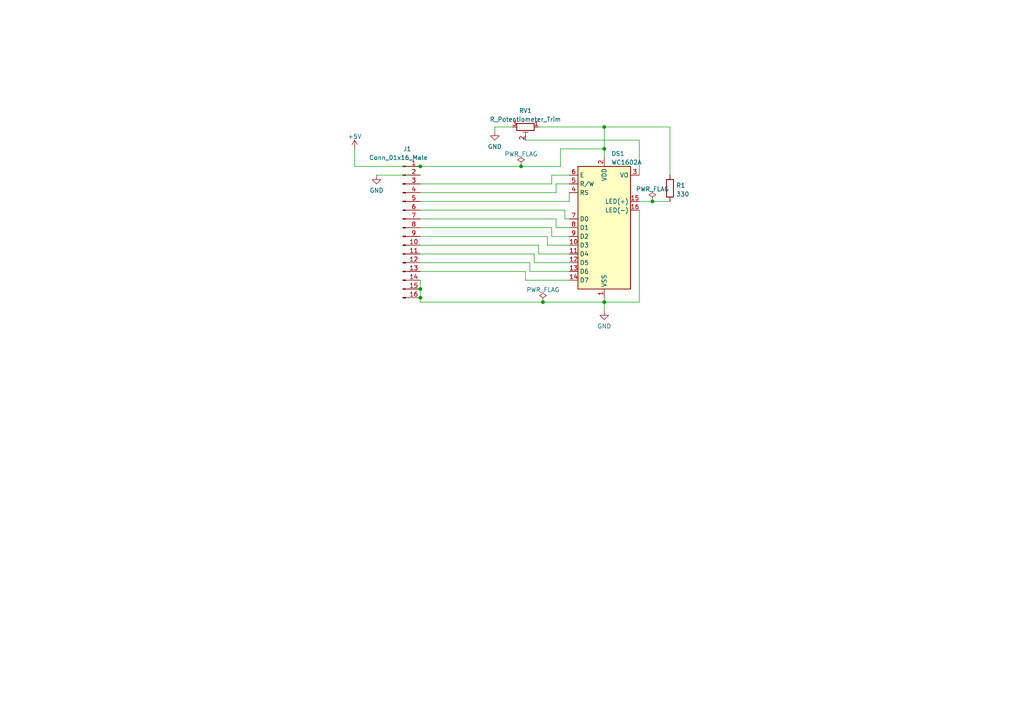
<source format=kicad_sch>
(kicad_sch (version 20211123) (generator eeschema)
  (paper "A4")
  (lib_symbols
    (symbol "Connector:Conn_01x16_Male" (pin_names (offset 1.016) hide)
      (property "Reference" "J" (at 0 20.32 0))
      (property "Value" "Conn_01x16_Male" (at 0 -22.86 0))
      (symbol "Conn_01x16_Male_1_1"
        (polyline (pts (xy 1.27 -20.32) (xy 0.8636 -20.32)) (stroke (width 0.1524)))
        (polyline (pts (xy 1.27 -17.78) (xy 0.8636 -17.78)) (stroke (width 0.1524)))
        (polyline (pts (xy 1.27 -15.24) (xy 0.8636 -15.24)) (stroke (width 0.1524)))
        (polyline (pts (xy 1.27 -12.7) (xy 0.8636 -12.7)) (stroke (width 0.1524)))
        (polyline (pts (xy 1.27 -10.16) (xy 0.8636 -10.16)) (stroke (width 0.1524)))
        (polyline (pts (xy 1.27 -7.62) (xy 0.8636 -7.62)) (stroke (width 0.1524)))
        (polyline (pts (xy 1.27 -5.08) (xy 0.8636 -5.08)) (stroke (width 0.1524)))
        (polyline (pts (xy 1.27 -2.54) (xy 0.8636 -2.54)) (stroke (width 0.1524)))
        (polyline (pts (xy 1.27 0) (xy 0.8636 0)) (stroke (width 0.1524)))
        (polyline (pts (xy 1.27 2.54) (xy 0.8636 2.54)) (stroke (width 0.1524)))
        (polyline (pts (xy 1.27 5.08) (xy 0.8636 5.08)) (stroke (width 0.1524)))
        (polyline (pts (xy 1.27 7.62) (xy 0.8636 7.62)) (stroke (width 0.1524)))
        (polyline (pts (xy 1.27 10.16) (xy 0.8636 10.16)) (stroke (width 0.1524)))
        (polyline (pts (xy 1.27 12.7) (xy 0.8636 12.7)) (stroke (width 0.1524)))
        (polyline (pts (xy 1.27 15.24) (xy 0.8636 15.24)) (stroke (width 0.1524)))
        (polyline (pts (xy 1.27 17.78) (xy 0.8636 17.78)) (stroke (width 0.1524)))
        (rectangle (start 0.8636 -20.193) (end 0 -20.447) (stroke (width 0.1524)) (fill (type outline)))
        (rectangle (start 0.8636 -17.653) (end 0 -17.907) (stroke (width 0.1524)) (fill (type outline)))
        (rectangle (start 0.8636 -15.113) (end 0 -15.367) (stroke (width 0.1524)) (fill (type outline)))
        (rectangle (start 0.8636 -12.573) (end 0 -12.827) (stroke (width 0.1524)) (fill (type outline)))
        (rectangle (start 0.8636 -10.033) (end 0 -10.287) (stroke (width 0.1524)) (fill (type outline)))
        (rectangle (start 0.8636 -7.493) (end 0 -7.747) (stroke (width 0.1524)) (fill (type outline)))
        (rectangle (start 0.8636 -4.953) (end 0 -5.207) (stroke (width 0.1524)) (fill (type outline)))
        (rectangle (start 0.8636 -2.413) (end 0 -2.667) (stroke (width 0.1524)) (fill (type outline)))
        (rectangle (start 0.8636 0.127) (end 0 -0.127) (stroke (width 0.1524)) (fill (type outline)))
        (rectangle (start 0.8636 2.667) (end 0 2.413) (stroke (width 0.1524)) (fill (type outline)))
        (rectangle (start 0.8636 5.207) (end 0 4.953) (stroke (width 0.1524)) (fill (type outline)))
        (rectangle (start 0.8636 7.747) (end 0 7.493) (stroke (width 0.1524)) (fill (type outline)))
        (rectangle (start 0.8636 10.287) (end 0 10.033) (stroke (width 0.1524)) (fill (type outline)))
        (rectangle (start 0.8636 12.827) (end 0 12.573) (stroke (width 0.1524)) (fill (type outline)))
        (rectangle (start 0.8636 15.367) (end 0 15.113) (stroke (width 0.1524)) (fill (type outline)))
        (rectangle (start 0.8636 17.907) (end 0 17.653) (stroke (width 0.1524)) (fill (type outline)))
        (pin passive line (at 5.08 17.78 180) (length 3.81) (name "Pin_1") (number "1"))
        (pin passive line (at 5.08 -5.08 180) (length 3.81) (name "Pin_10") (number "10"))
        (pin passive line (at 5.08 -7.62 180) (length 3.81) (name "Pin_11") (number "11"))
        (pin passive line (at 5.08 -10.16 180) (length 3.81) (name "Pin_12") (number "12"))
        (pin passive line (at 5.08 -12.7 180) (length 3.81) (name "Pin_13") (number "13"))
        (pin passive line (at 5.08 -15.24 180) (length 3.81) (name "Pin_14") (number "14"))
        (pin passive line (at 5.08 -17.78 180) (length 3.81) (name "Pin_15") (number "15"))
        (pin passive line (at 5.08 -20.32 180) (length 3.81) (name "Pin_16") (number "16"))
        (pin passive line (at 5.08 15.24 180) (length 3.81) (name "Pin_2") (number "2"))
        (pin passive line (at 5.08 12.7 180) (length 3.81) (name "Pin_3") (number "3"))
        (pin passive line (at 5.08 10.16 180) (length 3.81) (name "Pin_4") (number "4"))
        (pin passive line (at 5.08 7.62 180) (length 3.81) (name "Pin_5") (number "5"))
        (pin passive line (at 5.08 5.08 180) (length 3.81) (name "Pin_6") (number "6"))
        (pin passive line (at 5.08 2.54 180) (length 3.81) (name "Pin_7") (number "7"))
        (pin passive line (at 5.08 0 180) (length 3.81) (name "Pin_8") (number "8"))
        (pin passive line (at 5.08 -2.54 180) (length 3.81) (name "Pin_9") (number "9"))
      )
    )
    (symbol "Device:R" (pin_numbers hide) (pin_names (offset 0))
      (property "Reference" "R" (at 2.032 0 90))
      (property "Value" "R" (at 0 0 90))
      (symbol "R_0_1"
        (rectangle (start -1.016 -2.54) (end 1.016 2.54) (stroke (width 0.254)))
      )
      (symbol "R_1_1"
        (pin passive line (at 0 3.81 270) (length 1.27) (name "~") (number "1"))
        (pin passive line (at 0 -3.81 90) (length 1.27) (name "~") (number "2"))
      )
    )
    (symbol "Device:R_Potentiometer_Trim" (pin_names (offset 1.016) hide)
      (property "Reference" "RV" (at -4.445 0 90))
      (property "Value" "R_Potentiometer_Trim" (at -2.54 0 90))
      (symbol "R_Potentiometer_Trim_0_1"
        (polyline (pts (xy 1.524 0.762) (xy 1.524 -0.762)))
        (polyline (pts (xy 2.54 0) (xy 1.524 0)))
        (rectangle (start 1.016 2.54) (end -1.016 -2.54) (stroke (width 0.254)))
      )
      (symbol "R_Potentiometer_Trim_1_1"
        (pin passive line (at 0 3.81 270) (length 1.27) (name "1") (number "1"))
        (pin passive line (at 3.81 0 180) (length 1.27) (name "2") (number "2"))
        (pin passive line (at 0 -3.81 90) (length 1.27) (name "3") (number "3"))
      )
    )
    (symbol "Display_Character:WC1602A"
      (property "Reference" "DS" (at -5.842 19.05 0))
      (property "Value" "WC1602A" (at 5.334 19.05 0))
      (symbol "WC1602A_1_1"
        (rectangle (start -7.62 17.78) (end 7.62 -17.78) (stroke (width 0.254)) (fill (type background)))
        (pin power_in line (at 0 -20.32 90) (length 2.54) (name "VSS") (number "1"))
        (pin input line (at -10.16 -5.08 0) (length 2.54) (name "D3") (number "10"))
        (pin input line (at -10.16 -7.62 0) (length 2.54) (name "D4") (number "11"))
        (pin input line (at -10.16 -10.16 0) (length 2.54) (name "D5") (number "12"))
        (pin input line (at -10.16 -12.7 0) (length 2.54) (name "D6") (number "13"))
        (pin input line (at -10.16 -15.24 0) (length 2.54) (name "D7") (number "14"))
        (pin power_in line (at 10.16 7.62 180) (length 2.54) (name "LED(+)") (number "15"))
        (pin power_in line (at 10.16 5.08 180) (length 2.54) (name "LED(-)") (number "16"))
        (pin power_in line (at 0 20.32 270) (length 2.54) (name "VDD") (number "2"))
        (pin input line (at 10.16 15.24 180) (length 2.54) (name "VO") (number "3"))
        (pin input line (at -10.16 10.16 0) (length 2.54) (name "RS") (number "4"))
        (pin input line (at -10.16 12.7 0) (length 2.54) (name "R/W") (number "5"))
        (pin input line (at -10.16 15.24 0) (length 2.54) (name "E") (number "6"))
        (pin input line (at -10.16 2.54 0) (length 2.54) (name "D0") (number "7"))
        (pin input line (at -10.16 0 0) (length 2.54) (name "D1") (number "8"))
        (pin input line (at -10.16 -2.54 0) (length 2.54) (name "D2") (number "9"))
      )
    )
    (symbol "power:+5V" (power) (pin_names (offset 0))
      (property "Value" "+5V" (at 0 3.556 0))
      (symbol "+5V_0_1"
        (polyline (pts (xy -0.762 1.27) (xy 0 2.54)))
        (polyline (pts (xy 0 0) (xy 0 2.54)))
        (polyline (pts (xy 0 2.54) (xy 0.762 1.27)))
      )
      (symbol "+5V_1_1"
        (pin power_in line (at 0 0 90) (length 0) hide (name "+5V") (number "1"))
      )
    )
    (symbol "power:GND" (power) (pin_names (offset 0))
      (property "Value" "GND" (at 0 -3.81 0))
      (symbol "GND_0_1"
        (polyline (pts (xy 0 0) (xy 0 -1.27) (xy 1.27 -1.27) (xy 0 -2.54) (xy -1.27 -1.27) (xy 0 -1.27)))
      )
      (symbol "GND_1_1"
        (pin power_in line (at 0 0 270) (length 0) hide (name "GND") (number "1"))
      )
    )
    (symbol "power:PWR_FLAG" (power) (pin_numbers hide) (pin_names (offset 0) hide)
      (property "Value" "PWR_FLAG" (at 0 3.81 0))
      (symbol "PWR_FLAG_0_0"
        (pin power_out line (at 0 0 90) (length 0) (name "pwr") (number "1"))
      )
      (symbol "PWR_FLAG_0_1"
        (polyline (pts (xy 0 0) (xy 0 1.27) (xy -1.016 1.905) (xy 0 2.54) (xy 1.016 1.905) (xy 0 1.27)))
      )
    )
  )
  (junction (at 121.92 86.36))
  (junction (at 121.92 48.26))
  (junction (at 151.13 48.26))
  (junction (at 189.23 58.42))
  (junction (at 175.26 87.63))
  (junction (at 175.26 36.83))
  (junction (at 175.26 43.18))
  (junction (at 121.92 83.82))
  (junction (at 157.48 87.63))
  (wire (pts (xy 165.1 78.74) (xy 153.67 78.74)))
  (wire (pts (xy 157.48 87.63) (xy 175.26 87.63)))
  (wire (pts (xy 185.42 50.8) (xy 185.42 40.64)))
  (wire (pts (xy 143.51 36.83) (xy 148.59 36.83)))
  (wire (pts (xy 158.75 68.58) (xy 121.92 68.58)))
  (wire (pts (xy 185.42 60.96) (xy 185.42 87.63)))
  (wire (pts (xy 163.83 63.5) (xy 163.83 60.96)))
  (wire (pts (xy 121.92 50.8) (xy 109.22 50.8)))
  (wire (pts (xy 121.92 87.63) (xy 157.48 87.63)))
  (wire (pts (xy 165.1 71.12) (xy 158.75 71.12)))
  (wire (pts (xy 151.13 48.26) (xy 162.56 48.26)))
  (wire (pts (xy 156.21 71.12) (xy 121.92 71.12)))
  (wire (pts (xy 194.31 36.83) (xy 194.31 50.8)))
  (wire (pts (xy 121.92 53.34) (xy 160.02 53.34)))
  (wire (pts (xy 156.21 36.83) (xy 175.26 36.83)))
  (wire (pts (xy 161.29 63.5) (xy 121.92 63.5)))
  (wire (pts (xy 160.02 68.58) (xy 160.02 66.04)))
  (wire (pts (xy 153.67 76.2) (xy 121.92 76.2)))
  (wire (pts (xy 185.42 58.42) (xy 189.23 58.42)))
  (wire (pts (xy 162.56 48.26) (xy 162.56 43.18)))
  (wire (pts (xy 175.26 87.63) (xy 175.26 90.17)))
  (wire (pts (xy 156.21 73.66) (xy 156.21 71.12)))
  (wire (pts (xy 154.94 73.66) (xy 121.92 73.66)))
  (wire (pts (xy 161.29 55.88) (xy 121.92 55.88)))
  (wire (pts (xy 165.1 66.04) (xy 161.29 66.04)))
  (wire (pts (xy 165.1 68.58) (xy 160.02 68.58)))
  (wire (pts (xy 102.87 48.26) (xy 121.92 48.26)))
  (wire (pts (xy 175.26 43.18) (xy 175.26 45.72)))
  (wire (pts (xy 165.1 63.5) (xy 163.83 63.5)))
  (wire (pts (xy 185.42 40.64) (xy 152.4 40.64)))
  (wire (pts (xy 165.1 76.2) (xy 154.94 76.2)))
  (wire (pts (xy 175.26 36.83) (xy 194.31 36.83)))
  (wire (pts (xy 121.92 86.36) (xy 121.92 87.63)))
  (wire (pts (xy 165.1 81.28) (xy 152.4 81.28)))
  (wire (pts (xy 162.56 43.18) (xy 175.26 43.18)))
  (wire (pts (xy 161.29 53.34) (xy 161.29 55.88)))
  (wire (pts (xy 185.42 87.63) (xy 175.26 87.63)))
  (wire (pts (xy 152.4 81.28) (xy 152.4 78.74)))
  (wire (pts (xy 143.51 38.1) (xy 143.51 36.83)))
  (wire (pts (xy 121.92 66.04) (xy 160.02 66.04)))
  (wire (pts (xy 153.67 78.74) (xy 153.67 76.2)))
  (wire (pts (xy 121.92 81.28) (xy 121.92 83.82)))
  (wire (pts (xy 161.29 66.04) (xy 161.29 63.5)))
  (wire (pts (xy 165.1 73.66) (xy 156.21 73.66)))
  (wire (pts (xy 175.26 86.36) (xy 175.26 87.63)))
  (wire (pts (xy 165.1 55.88) (xy 165.1 58.42)))
  (wire (pts (xy 163.83 60.96) (xy 121.92 60.96)))
  (wire (pts (xy 160.02 50.8) (xy 165.1 50.8)))
  (wire (pts (xy 165.1 58.42) (xy 121.92 58.42)))
  (wire (pts (xy 158.75 71.12) (xy 158.75 68.58)))
  (wire (pts (xy 121.92 48.26) (xy 151.13 48.26)))
  (wire (pts (xy 165.1 53.34) (xy 161.29 53.34)))
  (wire (pts (xy 189.23 58.42) (xy 194.31 58.42)))
  (wire (pts (xy 160.02 53.34) (xy 160.02 50.8)))
  (wire (pts (xy 121.92 86.36) (xy 121.92 83.82)))
  (wire (pts (xy 102.87 43.18) (xy 102.87 48.26)))
  (wire (pts (xy 152.4 78.74) (xy 121.92 78.74)))
  (wire (pts (xy 175.26 36.83) (xy 175.26 43.18)))
  (wire (pts (xy 154.94 76.2) (xy 154.94 73.66)))
  (symbol (lib_id "power:PWR_FLAG") (at 157.48 87.63 0) (unit 1)
    (property "Reference" "#FLG0102" (effects hide))
    (property "Value" "PWR_FLAG" (at 157.48 84.0542 0))
  )
  (symbol (lib_id "power:+5V") (at 102.87 43.18 0) (unit 1)
    (property "Reference" "#PWR01" (effects hide))
    (property "Value" "+5V" (at 102.87 39.6042 0))
  )
  (symbol (lib_id "Device:R_Potentiometer_Trim") (at 152.4 36.83 270) (unit 1)
    (property "Reference" "RV1" (at 152.4 32.1142 90))
    (property "Value" "R_Potentiometer_Trim" (at 152.4 34.6511 90))
    (property "Footprint" "Potentiometer_THT:Potentiometer_ACP_CA14-H5_Horizontal" (effects hide))
  )
  (symbol (lib_id "power:GND") (at 143.51 38.1 0) (unit 1)
    (property "Reference" "#PWR03" (effects hide))
    (property "Value" "GND" (at 143.51 42.5434 0))
  )
  (symbol (lib_id "Connector:Conn_01x16_Male") (at 116.84 66.04 0) (unit 1)
    (property "Reference" "J1" (at 118.11 43.18 0))
    (property "Value" "Conn_01x16_Male" (at 115.57 45.72 0))
    (property "Footprint" "Connector_PinHeader_1.27mm:PinHeader_1x16_P1.27mm_Vertical" (effects hide))
  )
  (symbol (lib_id "power:PWR_FLAG") (at 189.23 58.42 0) (unit 1)
    (property "Reference" "#FLG01" (effects hide))
    (property "Value" "PWR_FLAG" (at 189.23 54.8442 0))
  )
  (symbol (lib_id "Device:R") (at 194.31 54.61 0) (unit 1)
    (property "Reference" "R1" (at 196.088 53.7753 0) (effects (justify left)))
    (property "Value" "330" (at 196.088 56.3122 0) (effects (justify left)))
    (property "Footprint" "Resistor_THT:R_Axial_DIN0309_L9.0mm_D3.2mm_P12.70mm_Horizontal" (effects hide))
  )
  (symbol (lib_id "power:GND") (at 109.22 50.8 0) (unit 1)
    (property "Reference" "#PWR02" (effects hide))
    (property "Value" "GND" (at 109.22 55.2434 0))
  )
  (symbol (lib_id "power:GND") (at 175.26 90.17 0) (unit 1)
    (property "Reference" "#PWR04" (effects hide))
    (property "Value" "GND" (at 175.26 94.6134 0))
  )
  (symbol (lib_id "power:PWR_FLAG") (at 151.13 48.26 0) (unit 1)
    (property "Reference" "#FLG0101" (effects hide))
    (property "Value" "PWR_FLAG" (at 151.13 44.6842 0))
  )
  (symbol (lib_id "Display_Character:WC1602A") (at 175.26 66.04 0) (unit 1)
    (property "Reference" "DS1" (at 177.2794 44.5602 0) (effects (justify left)))
    (property "Value" "WC1602A" (at 177.2794 47.0971 0) (effects (justify left)))
    (property "Footprint" "Display:WC1602A" (effects hide))
    (property "Datasheet" "http://www.wincomlcd.com/pdf/WC1602A-SFYLYHTC06.pdf" (effects hide))
  )
)
</source>
